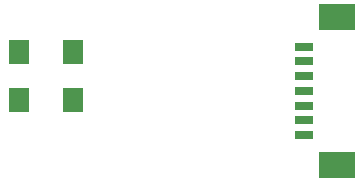
<source format=gtp>
G04 #@! TF.FileFunction,Paste,Top*
%FSLAX46Y46*%
G04 Gerber Fmt 4.6, Leading zero omitted, Abs format (unit mm)*
G04 Created by KiCad (PCBNEW 4.0.6) date 08/31/17 19:16:31*
%MOMM*%
%LPD*%
G01*
G04 APERTURE LIST*
%ADD10C,0.100000*%
%ADD11R,1.500000X0.800000*%
%ADD12R,3.100000X2.200000*%
%ADD13R,1.700000X2.000000*%
G04 APERTURE END LIST*
D10*
D11*
X104685900Y-73500600D03*
X104685900Y-72250600D03*
X104685900Y-71000600D03*
X104685900Y-69750600D03*
X104685900Y-68500600D03*
X104685900Y-67250600D03*
X104685900Y-66000600D03*
D12*
X107435900Y-76000600D03*
X107435900Y-63500600D03*
D13*
X85100000Y-66500000D03*
X85100000Y-70500000D03*
X80500000Y-66500000D03*
X80500000Y-70500000D03*
M02*

</source>
